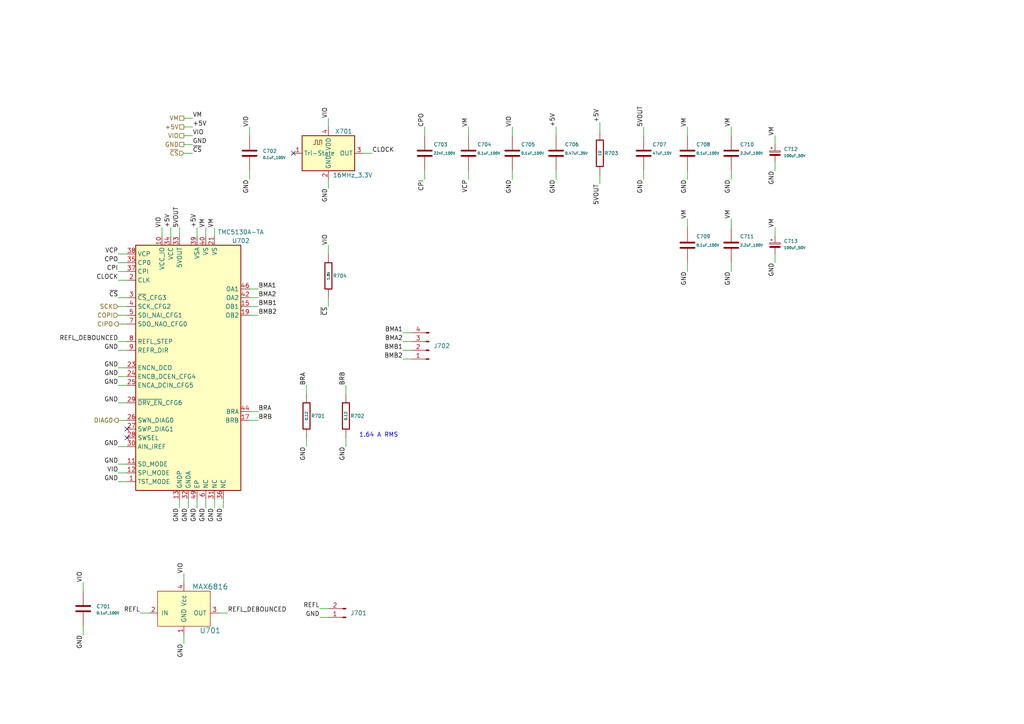
<source format=kicad_sch>
(kicad_sch (version 20250114) (generator "eeschema") (generator_version "9.0")
  (paper "A4")
  (title_block (title "mouse-joystick-pcb") (date "2024-10-24") (rev "1.0") (company "Peter Polidoro"))
  (lib_symbols
    (symbol "Janelia:CP_100uF_50V_8x10.2mm" (pin_numbers (hide yes)) (pin_names (offset 0.254) (hide yes))
      (property "Reference" "C" (at 0.254 1.778 0))
      (property "Value" "100uF_50V" (at 0 0 0))
      (symbol "CP_100uF_50V_8x10.2mm_0_1"
        (rectangle (start -1.524 0.6858) (end 1.524 0.3048))
        (rectangle (start -1.524 -0.3048) (end 1.524 -0.6858) (fill (type outline)))
        (polyline (pts (xy -1.27 1.524) (xy -0.762 1.524)))
        (polyline (pts (xy -1.016 1.27) (xy -1.016 1.778)))
      )
      (symbol "CP_100uF_50V_8x10.2mm_1_1"
        (pin passive line (at 0 2.54 270) (length 1.8542) (name "~") (number "1"))
        (pin passive line (at 0 -2.54 90) (length 1.8542) (name "~") (number "2"))
      )
    )
    (symbol "Janelia:C_0.1uF_100V_0402" (pin_numbers (hide yes)) (pin_names (offset 0.254))
      (property "Reference" "C" (at 0 2.54 0))
      (property "Value" "0.1uF_100V" (at 0 0 0))
      (symbol "C_0.1uF_100V_0402_0_1"
        (polyline (pts (xy -2.032 0.762) (xy 2.032 0.762)) (stroke (width 0.508)))
        (polyline (pts (xy -2.032 -0.762) (xy 2.032 -0.762)) (stroke (width 0.508)))
      )
      (symbol "C_0.1uF_100V_0402_1_1"
        (pin passive line (at 0 5.08 270) (length 4.318) (name "~") (number "1"))
        (pin passive line (at 0 -5.08 90) (length 4.318) (name "~") (number "2"))
      )
    )
    (symbol "Janelia:C_0.47uF_35V_0402" (pin_numbers (hide yes)) (pin_names (offset 0.254))
      (property "Reference" "C" (at 0 2.54 0))
      (property "Value" "0.47uF_35V" (at 0 0 0))
      (symbol "C_0.47uF_35V_0402_0_1"
        (polyline (pts (xy -2.032 0.762) (xy 2.032 0.762)) (stroke (width 0.508)))
        (polyline (pts (xy -2.032 -0.762) (xy 2.032 -0.762)) (stroke (width 0.508)))
      )
      (symbol "C_0.47uF_35V_0402_1_1"
        (pin passive line (at 0 5.08 270) (length 4.318) (name "~") (number "1"))
        (pin passive line (at 0 -5.08 90) (length 4.318) (name "~") (number "2"))
      )
    )
    (symbol "Janelia:C_2.2uF_100V_0805" (pin_numbers (hide yes)) (pin_names (offset 0.254))
      (property "Reference" "C" (at 0 2.54 0))
      (property "Value" "2.2uF_100V" (at 0 0 0))
      (symbol "C_2.2uF_100V_0805_0_1"
        (polyline (pts (xy -2.032 0.762) (xy 2.032 0.762)) (stroke (width 0.508)))
        (polyline (pts (xy -2.032 -0.762) (xy 2.032 -0.762)) (stroke (width 0.508)))
      )
      (symbol "C_2.2uF_100V_0805_1_1"
        (pin passive line (at 0 5.08 270) (length 4.318) (name "~") (number "1"))
        (pin passive line (at 0 -5.08 90) (length 4.318) (name "~") (number "2"))
      )
    )
    (symbol "Janelia:C_22nF_100V_0603" (pin_numbers (hide yes)) (pin_names (offset 0.254))
      (property "Reference" "C" (at 0 2.54 0))
      (property "Value" "22nF_100V" (at 0 0 0))
      (symbol "C_22nF_100V_0603_0_1"
        (polyline (pts (xy -2.032 0.762) (xy 2.032 0.762)) (stroke (width 0.508)))
        (polyline (pts (xy -2.032 -0.762) (xy 2.032 -0.762)) (stroke (width 0.508)))
      )
      (symbol "C_22nF_100V_0603_1_1"
        (pin passive line (at 0 5.08 270) (length 4.318) (name "~") (number "1"))
        (pin passive line (at 0 -5.08 90) (length 4.318) (name "~") (number "2"))
      )
    )
    (symbol "Janelia:C_47uF_10V_0805" (pin_numbers (hide yes)) (pin_names (offset 0.254))
      (property "Reference" "C" (at 0 2.54 0))
      (property "Value" "47uF_10V" (at 0 0 0))
      (symbol "C_47uF_10V_0805_0_1"
        (polyline (pts (xy -2.032 0.762) (xy 2.032 0.762)) (stroke (width 0.508)))
        (polyline (pts (xy -2.032 -0.762) (xy 2.032 -0.762)) (stroke (width 0.508)))
      )
      (symbol "C_47uF_10V_0805_1_1"
        (pin passive line (at 0 5.08 270) (length 4.318) (name "~") (number "1"))
        (pin passive line (at 0 -5.08 90) (length 4.318) (name "~") (number "2"))
      )
    )
    (symbol "Janelia:Conn_01x02_P3.5mm_TBH_Horizontal_Screw" (pin_names (offset 1.016) (hide yes))
      (property "Reference" "J" (at -3.81 0 0))
      (symbol "Conn_01x02_P3.5mm_TBH_Horizontal_Screw_1_1"
        (rectangle (start 0.8636 0.127) (end 0 -0.127) (stroke (width 0.1524)) (fill (type outline)))
        (rectangle (start 0.8636 -2.413) (end 0 -2.667) (stroke (width 0.1524)) (fill (type outline)))
        (polyline (pts (xy 1.27 0) (xy 0.8636 0)) (stroke (width 0.1524)))
        (polyline (pts (xy 1.27 -2.54) (xy 0.8636 -2.54)) (stroke (width 0.1524)))
        (pin passive line (at 5.08 0 180) (length 3.81) (name "Pin_1") (number "1"))
        (pin passive line (at 5.08 -2.54 180) (length 3.81) (name "Pin_2") (number "2"))
      )
    )
    (symbol "Janelia:Conn_01x04_P3.5mm_TBH_Horizontal_Screw" (pin_names (offset 1.016) (hide yes))
      (property "Reference" "J" (at -3.81 0 0))
      (symbol "Conn_01x04_P3.5mm_TBH_Horizontal_Screw_1_1"
        (rectangle (start 0.8636 2.667) (end 0 2.413) (stroke (width 0.1524)) (fill (type outline)))
        (rectangle (start 0.8636 0.127) (end 0 -0.127) (stroke (width 0.1524)) (fill (type outline)))
        (rectangle (start 0.8636 -2.413) (end 0 -2.667) (stroke (width 0.1524)) (fill (type outline)))
        (rectangle (start 0.8636 -4.953) (end 0 -5.207) (stroke (width 0.1524)) (fill (type outline)))
        (polyline (pts (xy 1.27 2.54) (xy 0.8636 2.54)) (stroke (width 0.1524)))
        (polyline (pts (xy 1.27 0) (xy 0.8636 0)) (stroke (width 0.1524)))
        (polyline (pts (xy 1.27 -2.54) (xy 0.8636 -2.54)) (stroke (width 0.1524)))
        (polyline (pts (xy 1.27 -5.08) (xy 0.8636 -5.08)) (stroke (width 0.1524)))
        (pin passive line (at 5.08 2.54 180) (length 3.81) (name "Pin_1") (number "1"))
        (pin passive line (at 5.08 0 180) (length 3.81) (name "Pin_2") (number "2"))
        (pin passive line (at 5.08 -2.54 180) (length 3.81) (name "Pin_3") (number "3"))
        (pin passive line (at 5.08 -5.08 180) (length 3.81) (name "Pin_4") (number "4"))
      )
    )
    (symbol "Janelia:MAX6816" (pin_names (offset 1.016))
      (property "Reference" "U" (at 7.62 -6.35 0))
      (property "Value" "MAX6816" (at 7.62 6.35 0))
      (symbol "MAX6816_1_1"
        (rectangle (start -7.62 5.08) (end 7.62 -5.08) (fill (type background)))
        (pin passive line (at -10.16 -1.27 0) (length 2.54) (name "IN") (number "2"))
        (pin power_in line (at 0 7.62 270) (length 2.54) (name "Vcc") (number "4"))
        (pin power_in line (at 0 -7.62 90) (length 2.54) (name "GND") (number "1"))
        (pin output line (at 10.16 -1.27 180) (length 2.54) (name "OUT") (number "3"))
      )
    )
    (symbol "Janelia:Oscillator_16MHz_3.3V"
      (property "Reference" "X" (at 1.905 6.35 0))
      (property "Value" "16MHz_3.3V" (at 1.27 -6.35 0))
      (symbol "Oscillator_16MHz_3.3V_0_1"
        (rectangle (start -7.62 5.08) (end 7.62 -5.08) (stroke (width 0.254)) (fill (type background)))
        (polyline (pts (xy -4.445 2.54) (xy -3.81 2.54) (xy -3.81 3.81) (xy -3.175 3.81) (xy -3.175 2.54) (xy -2.54 2.54) (xy -2.54 3.81) (xy -1.905 3.81) (xy -1.905 2.54)))
      )
      (symbol "Oscillator_16MHz_3.3V_1_1"
        (pin input line (at -10.16 0 0) (length 2.54) (name "Tri-State") (number "1"))
        (pin power_in line (at 0 7.62 270) (length 2.54) (name "VDD") (number "4"))
        (pin power_in line (at 0 -7.62 90) (length 2.54) (name "GND") (number "2"))
        (pin output line (at 10.16 0 180) (length 2.54) (name "OUT") (number "3"))
      )
    )
    (symbol "Janelia:R_0.12_750mW_1206_CS" (pin_numbers (hide yes)) (pin_names (offset 0))
      (property "Reference" "R" (at 2.032 0 90))
      (property "Value" "0.12" (at 0 0 90))
      (symbol "R_0.12_750mW_1206_CS_0_1"
        (rectangle (start -1.016 3.81) (end 1.016 -3.81) (stroke (width 0.3048)))
      )
      (symbol "R_0.12_750mW_1206_CS_1_1"
        (pin passive line (at 0 6.35 270) (length 2.54) (name "~") (number "1"))
        (pin passive line (at 0 -6.35 90) (length 2.54) (name "~") (number "2"))
      )
    )
    (symbol "Janelia:R_1.8k_0402" (pin_numbers (hide yes)) (pin_names (offset 0))
      (property "Reference" "R" (at 2.032 0 90))
      (property "Value" "1.8k" (at 0 0 90))
      (symbol "R_1.8k_0402_0_1"
        (rectangle (start -1.016 3.81) (end 1.016 -3.81) (stroke (width 0.3048)))
      )
      (symbol "R_1.8k_0402_1_1"
        (pin passive line (at 0 6.35 270) (length 2.54) (name "~") (number "1"))
        (pin passive line (at 0 -6.35 90) (length 2.54) (name "~") (number "2"))
      )
    )
    (symbol "Janelia:R_10_62.5mW_0402" (pin_numbers (hide yes)) (pin_names (offset 0))
      (property "Reference" "R" (at 2.032 0 90))
      (property "Value" "10" (at 0 0 90))
      (symbol "R_10_62.5mW_0402_0_1"
        (rectangle (start -1.016 3.81) (end 1.016 -3.81) (stroke (width 0.3048)))
      )
      (symbol "R_10_62.5mW_0402_1_1"
        (pin passive line (at 0 6.35 270) (length 2.54) (name "~") (number "1"))
        (pin passive line (at 0 -6.35 90) (length 2.54) (name "~") (number "2"))
      )
    )
    (symbol "Janelia:TMC5130A-TA"
      (property "Reference" "U" (at -11.43 38.1 0))
      (property "Value" "TMC5130A-TA" (at 11.43 38.1 0))
      (symbol "TMC5130A-TA_0_1"
        (rectangle (start -15.24 35.56) (end 15.24 -35.56) (stroke (width 0.254)) (fill (type background)))
      )
      (symbol "TMC5130A-TA_1_1"
        (pin passive line (at -17.78 33.02 0) (length 2.54) (name "VCP") (number "38"))
        (pin passive line (at -17.78 30.48 0) (length 2.54) (name "CP0") (number "35"))
        (pin passive line (at -17.78 27.94 0) (length 2.54) (name "CPI") (number "37"))
        (pin input line (at -17.78 25.4 0) (length 2.54) (name "CLK") (number "2"))
        (pin input line (at -17.78 20.32 0) (length 2.54) (name "~{CS}_CFG3") (number "3"))
        (pin input line (at -17.78 17.78 0) (length 2.54) (name "SCK_CFG2") (number "4"))
        (pin input line (at -17.78 15.24 0) (length 2.54) (name "SDI_NAI_CFG1") (number "5"))
        (pin bidirectional line (at -17.78 12.7 0) (length 2.54) (name "SDO_NAO_CFG0") (number "7"))
        (pin input line (at -17.78 7.62 0) (length 2.54) (name "REFL_STEP") (number "8"))
        (pin input line (at -17.78 5.08 0) (length 2.54) (name "REFR_DIR") (number "9"))
        (pin bidirectional line (at -17.78 0 0) (length 2.54) (name "ENCN_DCO") (number "23"))
        (pin input line (at -17.78 -2.54 0) (length 2.54) (name "ENCB_DCEN_CFG4") (number "24"))
        (pin input line (at -17.78 -5.08 0) (length 2.54) (name "ENCA_DCIN_CFG5") (number "25"))
        (pin input line (at -17.78 -10.16 0) (length 2.54) (name "~{DRV_EN}_CFG6") (number "29"))
        (pin bidirectional line (at -17.78 -15.24 0) (length 2.54) (name "SWN_DIAG0") (number "26"))
        (pin bidirectional line (at -17.78 -17.78 0) (length 2.54) (name "SWP_DIAG1") (number "27"))
        (pin input line (at -17.78 -20.32 0) (length 2.54) (name "SWSEL") (number "28"))
        (pin input line (at -17.78 -22.86 0) (length 2.54) (name "AIN_IREF") (number "30"))
        (pin input line (at -17.78 -27.94 0) (length 2.54) (name "SD_MODE") (number "11"))
        (pin input line (at -17.78 -30.48 0) (length 2.54) (name "SPI_MODE") (number "12"))
        (pin input line (at -17.78 -33.02 0) (length 2.54) (name "TST_MODE") (number "1"))
        (pin power_in line (at -7.62 38.1 270) (length 2.54) (name "VCC_IO") (number "10"))
        (pin power_in line (at -5.08 38.1 270) (length 2.54) (name "VCC") (number "34"))
        (pin power_out line (at -2.54 38.1 270) (length 2.54) (name "5VOUT") (number "33"))
        (pin power_in line (at -2.54 -38.1 90) (length 2.54) (name "GNDP") (number "13"))
        (pin passive line (at -2.54 -38.1 90) (length 2.54) (hide yes) (name "GNDP") (number "48"))
        (pin power_in line (at 0 -38.1 90) (length 2.54) (name "GNDA") (number "32"))
        (pin power_in line (at 2.54 38.1 270) (length 2.54) (name "VSA") (number "39"))
        (pin power_in line (at 2.54 -38.1 90) (length 2.54) (name "EP") (number "49"))
        (pin power_in line (at 5.08 38.1 270) (length 2.54) (name "VS") (number "40"))
        (pin passive line (at 5.08 -38.1 90) (length 2.54) (name "NC") (number "6"))
        (pin power_in line (at 7.62 38.1 270) (length 2.54) (name "VS") (number "21"))
        (pin passive line (at 7.62 -38.1 90) (length 2.54) (name "NC") (number "31"))
        (pin passive line (at 10.16 -38.1 90) (length 2.54) (name "NC") (number "36"))
        (pin no_connect line (at 15.24 33.02 180) (length 2.54) (hide yes) (name "DNC") (number "41"))
        (pin no_connect line (at 15.24 30.48 180) (length 2.54) (hide yes) (name "DNC") (number "43"))
        (pin no_connect line (at 15.24 27.94 180) (length 2.54) (hide yes) (name "DNC") (number "45"))
        (pin no_connect line (at 15.24 25.4 180) (length 2.54) (hide yes) (name "DNC") (number "47"))
        (pin no_connect line (at 15.24 12.7 180) (length 2.54) (hide yes) (name "DNC") (number "14"))
        (pin no_connect line (at 15.24 10.16 180) (length 2.54) (hide yes) (name "DNC") (number "16"))
        (pin no_connect line (at 15.24 7.62 180) (length 2.54) (hide yes) (name "DNC") (number "18"))
        (pin no_connect line (at 15.24 5.08 180) (length 2.54) (hide yes) (name "DNC") (number "20"))
        (pin no_connect line (at 15.24 2.54 180) (length 2.54) (hide yes) (name "DNC") (number "22"))
        (pin output line (at 17.78 22.86 180) (length 2.54) (name "OA1") (number "46"))
        (pin output line (at 17.78 20.32 180) (length 2.54) (name "OA2") (number "42"))
        (pin output line (at 17.78 17.78 180) (length 2.54) (name "OB1") (number "15"))
        (pin output line (at 17.78 15.24 180) (length 2.54) (name "OB2") (number "19"))
        (pin passive line (at 17.78 -12.7 180) (length 2.54) (name "BRA") (number "44"))
        (pin passive line (at 17.78 -15.24 180) (length 2.54) (name "BRB") (number "17"))
      )
    )
  )
  (text "1.64 A RMS\n" (at 104.14 127 0) (effects (font (size 1.27 1.27)) (justify left bottom)))
  (no_connect (at 85.09 44.45))
  (no_connect (at 36.83 124.46))
  (no_connect (at 36.83 127))
  (wire (pts (xy 53.34 44.45) (xy 55.88 44.45)))
  (wire (pts (xy 199.39 49.53) (xy 199.39 52.07)))
  (wire (pts (xy 173.99 50.8) (xy 173.99 53.34)))
  (wire (pts (xy 199.39 76.2) (xy 199.39 78.74)))
  (wire (pts (xy 36.83 116.84) (xy 34.29 116.84)))
  (wire (pts (xy 72.39 49.53) (xy 72.39 52.07)))
  (wire (pts (xy 224.79 46.99) (xy 224.79 49.53)))
  (wire (pts (xy 135.89 39.37) (xy 135.89 36.83)))
  (wire (pts (xy 36.83 111.76) (xy 34.29 111.76)))
  (wire (pts (xy 186.69 39.37) (xy 186.69 36.83)))
  (wire (pts (xy 53.34 168.91) (xy 53.34 166.37)))
  (wire (pts (xy 74.93 88.9) (xy 72.39 88.9)))
  (wire (pts (xy 224.79 68.58) (xy 224.79 66.04)))
  (wire (pts (xy 36.83 106.68) (xy 34.29 106.68)))
  (wire (pts (xy 24.13 171.45) (xy 24.13 168.91)))
  (wire (pts (xy 161.29 39.37) (xy 161.29 36.83)))
  (wire (pts (xy 212.09 49.53) (xy 212.09 52.07)))
  (wire (pts (xy 36.83 81.28) (xy 34.29 81.28)))
  (wire (pts (xy 224.79 73.66) (xy 224.79 76.2)))
  (wire (pts (xy 57.15 144.78) (xy 57.15 147.32)))
  (wire (pts (xy 173.99 38.1) (xy 173.99 35.56)))
  (wire (pts (xy 212.09 66.04) (xy 212.09 63.5)))
  (wire (pts (xy 52.07 68.58) (xy 52.07 66.04)))
  (wire (pts (xy 161.29 49.53) (xy 161.29 52.07)))
  (wire (pts (xy 212.09 39.37) (xy 212.09 36.83)))
  (wire (pts (xy 74.93 91.44) (xy 72.39 91.44)))
  (wire (pts (xy 54.61 144.78) (xy 54.61 147.32)))
  (wire (pts (xy 59.69 68.58) (xy 59.69 66.04)))
  (wire (pts (xy 95.25 86.36) (xy 95.25 88.9)))
  (wire (pts (xy 62.23 68.58) (xy 62.23 66.04)))
  (wire (pts (xy 36.83 134.62) (xy 34.29 134.62)))
  (wire (pts (xy 88.9 127) (xy 88.9 129.54)))
  (wire (pts (xy 36.83 86.36) (xy 34.29 86.36)))
  (wire (pts (xy 36.83 137.16) (xy 34.29 137.16)))
  (wire (pts (xy 95.25 36.83) (xy 95.25 34.29)))
  (wire (pts (xy 53.34 34.29) (xy 55.88 34.29)))
  (wire (pts (xy 95.25 176.53) (xy 92.71 176.53)))
  (wire (pts (xy 116.84 104.14) (xy 119.38 104.14)))
  (wire (pts (xy 74.93 119.38) (xy 72.39 119.38)))
  (wire (pts (xy 36.83 73.66) (xy 34.29 73.66)))
  (wire (pts (xy 123.19 39.37) (xy 123.19 36.83)))
  (wire (pts (xy 148.59 39.37) (xy 148.59 36.83)))
  (wire (pts (xy 63.5 177.8) (xy 66.04 177.8)))
  (wire (pts (xy 36.83 93.98) (xy 34.29 93.98)))
  (wire (pts (xy 116.84 99.06) (xy 119.38 99.06)))
  (wire (pts (xy 212.09 76.2) (xy 212.09 78.74)))
  (wire (pts (xy 53.34 184.15) (xy 53.34 186.69)))
  (wire (pts (xy 36.83 99.06) (xy 34.29 99.06)))
  (wire (pts (xy 116.84 101.6) (xy 119.38 101.6)))
  (wire (pts (xy 36.83 139.7) (xy 34.29 139.7)))
  (wire (pts (xy 95.25 73.66) (xy 95.25 71.12)))
  (wire (pts (xy 36.83 88.9) (xy 34.29 88.9)))
  (wire (pts (xy 135.89 49.53) (xy 135.89 52.07)))
  (wire (pts (xy 43.18 177.8) (xy 40.64 177.8)))
  (wire (pts (xy 95.25 52.07) (xy 95.25 54.61)))
  (wire (pts (xy 36.83 129.54) (xy 34.29 129.54)))
  (wire (pts (xy 199.39 39.37) (xy 199.39 36.83)))
  (wire (pts (xy 186.69 49.53) (xy 186.69 52.07)))
  (wire (pts (xy 36.83 121.92) (xy 34.29 121.92)))
  (wire (pts (xy 36.83 76.2) (xy 34.29 76.2)))
  (wire (pts (xy 88.9 111.76) (xy 88.9 114.3)))
  (wire (pts (xy 123.19 49.53) (xy 123.19 52.07)))
  (wire (pts (xy 53.34 41.91) (xy 55.88 41.91)))
  (wire (pts (xy 53.34 36.83) (xy 55.88 36.83)))
  (wire (pts (xy 199.39 66.04) (xy 199.39 63.5)))
  (wire (pts (xy 53.34 39.37) (xy 55.88 39.37)))
  (wire (pts (xy 74.93 86.36) (xy 72.39 86.36)))
  (wire (pts (xy 116.84 96.52) (xy 119.38 96.52)))
  (wire (pts (xy 24.13 181.61) (xy 24.13 184.15)))
  (wire (pts (xy 36.83 109.22) (xy 34.29 109.22)))
  (wire (pts (xy 59.69 144.78) (xy 59.69 147.32)))
  (wire (pts (xy 36.83 101.6) (xy 34.29 101.6)))
  (wire (pts (xy 105.41 44.45) (xy 107.95 44.45)))
  (wire (pts (xy 49.53 68.58) (xy 49.53 66.04)))
  (wire (pts (xy 74.93 121.92) (xy 72.39 121.92)))
  (wire (pts (xy 36.83 91.44) (xy 34.29 91.44)))
  (wire (pts (xy 36.83 78.74) (xy 34.29 78.74)))
  (wire (pts (xy 64.77 144.78) (xy 64.77 147.32)))
  (wire (pts (xy 100.33 111.76) (xy 100.33 114.3)))
  (wire (pts (xy 148.59 49.53) (xy 148.59 52.07)))
  (wire (pts (xy 74.93 83.82) (xy 72.39 83.82)))
  (wire (pts (xy 72.39 39.37) (xy 72.39 36.83)))
  (wire (pts (xy 57.15 68.58) (xy 57.15 66.04)))
  (wire (pts (xy 224.79 41.91) (xy 224.79 39.37)))
  (wire (pts (xy 46.99 68.58) (xy 46.99 66.04)))
  (wire (pts (xy 62.23 144.78) (xy 62.23 147.32)))
  (wire (pts (xy 100.33 127) (xy 100.33 129.54)))
  (wire (pts (xy 52.07 144.78) (xy 52.07 147.32)))
  (wire (pts (xy 95.25 179.07) (xy 92.71 179.07)))
  (label "GND" (at 212.09 78.74 270))
  (label "GND" (at 148.59 52.07 270))
  (label "GND" (at 59.69 147.32 270))
  (label "VM" (at 135.89 36.83 90))
  (label "GND" (at 54.61 147.32 270))
  (label "GND" (at 88.9 129.54 270))
  (label "BRB" (at 100.33 111.76 90))
  (label "GND" (at 186.69 52.07 270))
  (label "VIO" (at 95.25 71.12 90))
  (label "REFL" (at 40.64 177.8 180))
  (label "~{CS}" (at 95.25 88.9 270))
  (label "GND" (at 34.29 111.76 180))
  (label "BMA1" (at 74.93 83.82 0))
  (label "CPO" (at 123.19 36.83 90))
  (label "BRA" (at 88.9 111.76 90))
  (label "5VOUT" (at 52.07 66.04 90))
  (label "GND" (at 52.07 147.32 270))
  (label "+5V" (at 55.88 36.83 0))
  (label "GND" (at 34.29 109.22 180))
  (label "BRB" (at 74.93 121.92 0))
  (label "GND" (at 212.09 52.07 270))
  (label "VIO" (at 46.99 66.04 90))
  (label "VIO" (at 72.39 36.83 90))
  (label "BMB1" (at 74.93 88.9 0))
  (label "VIO" (at 34.29 137.16 180))
  (label "CPO" (at 34.29 76.2 180))
  (label "+5V" (at 57.15 66.04 90))
  (label "REFL_DEBOUNCED" (at 66.04 177.8 0))
  (label "REFL" (at 92.71 176.53 180))
  (label "BMA2" (at 116.84 99.06 180))
  (label "CLOCK" (at 107.95 44.45 0))
  (label "GND" (at 95.25 54.61 270))
  (label "VM" (at 212.09 63.5 90))
  (label "REFL_DEBOUNCED" (at 34.29 99.06 180))
  (label "BMB2" (at 74.93 91.44 0))
  (label "BMB2" (at 116.84 104.14 180))
  (label "GND" (at 224.79 76.2 270))
  (label "GND" (at 24.13 184.15 270))
  (label "GND" (at 62.23 147.32 270))
  (label "VCP" (at 135.89 52.07 270))
  (label "VM" (at 55.88 34.29 0))
  (label "VIO" (at 24.13 168.91 90))
  (label "BMB1" (at 116.84 101.6 180))
  (label "GND" (at 224.79 49.53 270))
  (label "+5V" (at 49.53 66.04 90))
  (label "VIO" (at 95.25 34.29 90))
  (label "BRA" (at 74.93 119.38 0))
  (label "VM" (at 212.09 36.83 90))
  (label "BMA1" (at 116.84 96.52 180))
  (label "VM" (at 59.69 66.04 90))
  (label "GND" (at 34.29 139.7 180))
  (label "VIO" (at 53.34 166.37 90))
  (label "GND" (at 64.77 147.32 270))
  (label "VM" (at 224.79 66.04 90))
  (label "GND" (at 34.29 106.68 180))
  (label "GND" (at 72.39 52.07 270))
  (label "GND" (at 34.29 101.6 180))
  (label "GND" (at 92.71 179.07 180))
  (label "GND" (at 55.88 41.91 0))
  (label "+5V" (at 173.99 35.56 90))
  (label "VIO" (at 55.88 39.37 0))
  (label "VM" (at 199.39 36.83 90))
  (label "GND" (at 34.29 134.62 180))
  (label "CPI" (at 34.29 78.74 180))
  (label "~{CS}" (at 34.29 86.36 180))
  (label "BMA2" (at 74.93 86.36 0))
  (label "VCP" (at 34.29 73.66 180))
  (label "CPI" (at 123.19 52.07 270))
  (label "GND" (at 34.29 116.84 180))
  (label "~{CS}" (at 55.88 44.45 0))
  (label "GND" (at 199.39 78.74 270))
  (label "GND" (at 199.39 52.07 270))
  (label "GND" (at 53.34 186.69 270))
  (label "GND" (at 161.29 52.07 270))
  (label "VM" (at 62.23 66.04 90))
  (label "CLOCK" (at 34.29 81.28 180))
  (label "VM" (at 199.39 63.5 90))
  (label "+5V" (at 161.29 36.83 90))
  (label "GND" (at 34.29 129.54 180))
  (label "GND" (at 100.33 129.54 270))
  (label "5VOUT" (at 186.69 36.83 90))
  (label "5VOUT" (at 173.99 53.34 270))
  (label "GND" (at 57.15 147.32 270))
  (label "VIO" (at 148.59 36.83 90))
  (label "VM" (at 224.79 39.37 90))
  (hierarchical_label "COPI" (shape input) (at 34.29 91.44 180))
  (hierarchical_label "~{CS}" (shape input) (at 53.34 44.45 180))
  (hierarchical_label "GND" (shape passive) (at 53.34 41.91 180))
  (hierarchical_label "DIAG0" (shape output) (at 34.29 121.92 180))
  (hierarchical_label "VM" (shape passive) (at 53.34 34.29 180))
  (hierarchical_label "SCK" (shape input) (at 34.29 88.9 180))
  (hierarchical_label "CIPO" (shape output) (at 34.29 93.98 180))
  (hierarchical_label "VIO" (shape passive) (at 53.34 39.37 180))
  (hierarchical_label "+5V" (shape passive) (at 53.34 36.83 180))
  (symbol (lib_id "Janelia:Oscillator_16MHz_3.3V") (at 95.25 44.45 0) (unit 1)
    (property "Reference" "X701" (at 97.155 38.1 0) (effects (justify left)))
    (property "Value" "16MHz_3.3V" (at 96.52 50.8 0) (effects (justify left)))
    (property "Footprint" "Janelia:OSC_ECS-2520S33-160-FN-TR" (effects (hide yes)))
    (property "Synopsis" "XTAL OSC XO 16MHZ 3.3V HCMOS SMD" (effects (hide yes)))
    (property "Manufacturer" "ECS Inc." (effects (hide yes)))
    (property "Manufacturer Part Number" "ECS-2520S33-160-FN-TR" (effects (hide yes)))
    (property "Vendor" "Digi-Key" (effects (hide yes)))
    (property "Vendor Part Number" "XC2195CT-ND" (effects (hide yes)))
    (property "LCSC" "C2451298" (effects (hide yes)))
    (property "Package" "SMD2520-4P" (effects (hide yes)))
  )
  (symbol (lib_id "Janelia:C_0.1uF_100V_0402") (at 148.59 44.45 0) (unit 1)
    (property "Reference" "C705" (at 151.13 41.91 0) (effects (font (size 1.016 1.016)) (justify left)))
    (property "Value" "0.1uF_100V" (at 151.13 44.45 0) (effects (font (size 0.762 0.762)) (justify left)))
    (property "Footprint" "Janelia:C_0402_1005Metric" (effects (hide yes)))
    (property "Vendor" "Digi-Key" (effects (hide yes)))
    (property "Vendor Part Number" "490-10458-1-ND" (effects (hide yes)))
    (property "Manufacturer" "Murata Electronics" (effects (hide yes)))
    (property "Manufacturer Part Number" "GRM155R62A104KE14D" (effects (hide yes)))
    (property "Package" "0402" (effects (hide yes)))
    (property "Synopsis" "CAP CER 0.1UF 100V X5R" (effects (hide yes)))
    (property "LCSC" "C162178" (effects (hide yes)))
  )
  (symbol (lib_id "Janelia:C_0.1uF_100V_0402") (at 72.39 44.45 0) (unit 1)
    (property "Reference" "C702" (at 76.2 43.815 0) (effects (font (size 1.016 1.016)) (justify left)))
    (property "Value" "0.1uF_100V" (at 76.2 45.7199 0) (effects (font (size 0.762 0.762)) (justify left)))
    (property "Footprint" "Janelia:C_0402_1005Metric" (effects (hide yes)))
    (property "Vendor" "Digi-Key" (effects (hide yes)))
    (property "Vendor Part Number" "490-10458-1-ND" (effects (hide yes)))
    (property "Manufacturer" "Murata Electronics" (effects (hide yes)))
    (property "Manufacturer Part Number" "GRM155R62A104KE14D" (effects (hide yes)))
    (property "Package" "0402" (effects (hide yes)))
    (property "Synopsis" "CAP CER 0.1UF 100V X5R" (effects (hide yes)))
    (property "LCSC" "C162178" (effects (hide yes)))
  )
  (symbol (lib_id "Janelia:C_2.2uF_100V_0805") (at 212.09 44.45 0) (unit 1)
    (property "Reference" "C710" (at 214.63 41.91 0) (effects (font (size 1.016 1.016)) (justify left)))
    (property "Value" "2.2uF_100V" (at 214.63 44.45 0) (effects (font (size 0.762 0.762)) (justify left)))
    (property "Footprint" "Janelia:C_0805_2012Metric" (effects (hide yes)))
    (property "Vendor" "Digi-Key" (effects (hide yes)))
    (property "Vendor Part Number" "490-GRM21BD72A225KE01LCT-ND" (effects (hide yes)))
    (property "Package" "0805" (effects (hide yes)))
    (property "Manufacturer" "Murata Electronics" (effects (hide yes)))
    (property "Manufacturer Part Number" "GRM21BD72A225KE01L" (effects (hide yes)))
    (property "Synopsis" "CAP CER 2.2UF 100V X7T 0805" (effects (hide yes)))
    (property "LCSC" "C2981733" (effects (hide yes)))
  )
  (symbol (lib_id "Janelia:CP_100uF_50V_8x10.2mm") (at 224.79 44.45 0) (unit 1)
    (property "Reference" "C712" (at 227.33 43.2689 0) (effects (font (size 1.016 1.016)) (justify left)))
    (property "Value" "100uF_50V" (at 227.33 45.1738 0) (effects (font (size 0.762 0.762)) (justify left)))
    (property "Footprint" "Janelia:CAP_EEEHAH101UAP" (effects (hide yes)))
    (property "Vendor" "Digi-Key" (effects (hide yes)))
    (property "Vendor Part Number" "PCE4713CT-ND" (effects (hide yes)))
    (property "Synopsis" "CAP ALUM 100UF 20% 50V SMD" (effects (hide yes)))
    (property "Manufacturer" "Panasonic Electronic Components" (effects (hide yes)))
    (property "Manufacturer Part Number" "EEEHAH101UAP" (effects (hide yes)))
    (property "LCSC" "C336425" (effects (hide yes)))
    (property "Package" "SMD D8xL10.2mm" (effects (hide yes)))
  )
  (symbol (lib_id "Janelia:CP_100uF_50V_8x10.2mm") (at 224.79 71.12 0) (unit 1)
    (property "Reference" "C713" (at 227.33 69.9389 0) (effects (font (size 1.016 1.016)) (justify left)))
    (property "Value" "100uF_50V" (at 227.33 71.8438 0) (effects (font (size 0.762 0.762)) (justify left)))
    (property "Footprint" "Janelia:CAP_EEEHAH101UAP" (effects (hide yes)))
    (property "Vendor" "Digi-Key" (effects (hide yes)))
    (property "Vendor Part Number" "PCE4713CT-ND" (effects (hide yes)))
    (property "Synopsis" "CAP ALUM 100UF 20% 50V SMD" (effects (hide yes)))
    (property "Manufacturer" "Panasonic Electronic Components" (effects (hide yes)))
    (property "Manufacturer Part Number" "EEEHAH101UAP" (effects (hide yes)))
    (property "LCSC" "C336425" (effects (hide yes)))
    (property "Package" "SMD D8xL10.2mm" (effects (hide yes)))
  )
  (symbol (lib_id "Janelia:C_47uF_10V_0805") (at 186.69 44.45 0) (unit 1)
    (property "Reference" "C707" (at 189.23 41.91 0) (effects (font (size 1.016 1.016)) (justify left)))
    (property "Value" "47uF_10V" (at 189.23 44.45 0) (effects (font (size 0.762 0.762)) (justify left)))
    (property "Footprint" "Janelia:C_0805_2012Metric" (effects (hide yes)))
    (property "Vendor" "JLCPCB" (effects (hide yes)))
    (property "Vendor Part Number" "C6119904" (effects (hide yes)))
    (property "Package" "0805" (effects (hide yes)))
    (property "Manufacturer" "HRE" (effects (hide yes)))
    (property "Manufacturer Part Number" "CGA0805X5R476M100MT" (effects (hide yes)))
    (property "Synopsis" "CAP CER 47UF 10V X5R" (effects (hide yes)))
    (property "LCSC" "C6119904" (effects (hide yes)))
  )
  (symbol (lib_id "Janelia:C_2.2uF_100V_0805") (at 212.09 71.12 0) (unit 1)
    (property "Reference" "C711" (at 214.63 68.58 0) (effects (font (size 1.016 1.016)) (justify left)))
    (property "Value" "2.2uF_100V" (at 214.63 71.12 0) (effects (font (size 0.762 0.762)) (justify left)))
    (property "Footprint" "Janelia:C_0805_2012Metric" (effects (hide yes)))
    (property "Vendor" "Digi-Key" (effects (hide yes)))
    (property "Vendor Part Number" "490-GRM21BD72A225KE01LCT-ND" (effects (hide yes)))
    (property "Package" "0805" (effects (hide yes)))
    (property "Manufacturer" "Murata Electronics" (effects (hide yes)))
    (property "Manufacturer Part Number" "GRM21BD72A225KE01L" (effects (hide yes)))
    (property "Synopsis" "CAP CER 2.2UF 100V X7T 0805" (effects (hide yes)))
    (property "LCSC" "C2981733" (effects (hide yes)))
  )
  (symbol (lib_id "Janelia:C_22nF_100V_0603") (at 123.19 44.45 0) (unit 1)
    (property "Reference" "C703" (at 125.73 41.91 0) (effects (font (size 1.016 1.016)) (justify left)))
    (property "Value" "22nF_100V" (at 125.73 44.45 0) (effects (font (size 0.762 0.762)) (justify left)))
    (property "Footprint" "Janelia:C_0603_1608Metric" (effects (hide yes)))
    (property "Vendor" "Digi-Key" (effects (hide yes)))
    (property "Vendor Part Number" "490-4782-1-ND" (effects (hide yes)))
    (property "Manufacturer" "Murata Electronics" (effects (hide yes)))
    (property "Manufacturer Part Number" "GCM188R72A223KA37D" (effects (hide yes)))
    (property "Package" "0603" (effects (hide yes)))
    (property "Synopsis" "CAP CER 0.022UF 100V X7R" (effects (hide yes)))
    (property "LCSC" "C161234" (effects (hide yes)))
  )
  (symbol (lib_id "Janelia:Conn_01x04_P3.5mm_TBH_Horizontal_Screw") (at 124.46 101.6 180) (unit 1) (exclude_from_sim yes)
    (property "Reference" "J702" (at 125.73 100.33 0) (effects (justify right)))
    (property "Value" "Conn_01x04_P3.5mm_TBH_Horizontal_Screw" (effects (hide yes)))
    (property "Footprint" "Janelia:PhoenixContact_MC_1,5_4-G-3.5_1x04_P3.50mm_Horizontal_Screw" (effects (hide yes)))
    (property "Manufacturer" "Phoenix Contact" (effects (hide yes)))
    (property "Manufacturer Part Number" "1844236" (effects (hide yes)))
    (property "Synopsis" "TERM BLOCK HDR 4POS 90DEG 3.5MM" (effects (hide yes)))
    (property "Vendor" "Digi-Key" (effects (hide yes)))
    (property "Vendor Part Number" "277-2419-ND" (effects (hide yes)))
    (property "LCSC" "C480590" (effects (hide yes)))
    (property "Package" "Push-Pull P=3.5mm" (effects (hide yes)))
  )
  (symbol (lib_id "Janelia:C_0.1uF_100V_0402") (at 135.89 44.45 0) (unit 1)
    (property "Reference" "C704" (at 138.43 41.91 0) (effects (font (size 1.016 1.016)) (justify left)))
    (property "Value" "0.1uF_100V" (at 138.43 44.45 0) (effects (font (size 0.762 0.762)) (justify left)))
    (property "Footprint" "Janelia:C_0402_1005Metric" (effects (hide yes)))
    (property "Vendor" "Digi-Key" (effects (hide yes)))
    (property "Vendor Part Number" "490-10458-1-ND" (effects (hide yes)))
    (property "Manufacturer" "Murata Electronics" (effects (hide yes)))
    (property "Manufacturer Part Number" "GRM155R62A104KE14D" (effects (hide yes)))
    (property "Package" "0402" (effects (hide yes)))
    (property "Synopsis" "CAP CER 0.1UF 100V X5R" (effects (hide yes)))
    (property "LCSC" "C162178" (effects (hide yes)))
  )
  (symbol (lib_id "Janelia:C_0.47uF_35V_0402") (at 161.29 44.45 0) (unit 1)
    (property "Reference" "C706" (at 163.83 41.91 0) (effects (font (size 1.016 1.016)) (justify left)))
    (property "Value" "0.47uF_35V" (at 163.83 44.45 0) (effects (font (size 0.762 0.762)) (justify left)))
    (property "Footprint" "Janelia:C_0402_1005Metric" (effects (hide yes)))
    (property "Vendor" "Digi-Key" (effects (hide yes)))
    (property "Vendor Part Number" "490-12273-1-ND" (effects (hide yes)))
    (property "Package" "0402" (effects (hide yes)))
    (property "Manufacturer" "Murata Electronics" (effects (hide yes)))
    (property "Manufacturer Part Number" "GRT155R6YA474KE01D" (effects (hide yes)))
    (property "Synopsis" "CAP CER 0.47UF 35V X5R" (effects (hide yes)))
    (property "LCSC" "C711580" (effects (hide yes)))
  )
  (symbol (lib_id "Janelia:TMC5130A-TA") (at 54.61 106.68 0) (unit 1)
    (property "Reference" "U702" (at 69.85 69.85 0))
    (property "Value" "TMC5130A-TA" (at 69.85 67.31 0))
    (property "Footprint" "Janelia:TQFP-48-1EP_7x7mm_P0.5mm_EP5x5mm_ThermalVias" (effects (hide yes)))
    (property "Datasheet" "https://www.analog.com/media/en/technical-documentation/data-sheets/TMC5130A_datasheet_rev1.20.pdf" (effects (hide yes)))
    (property "Synopsis" "IC MTR DRV BIPOLAR 5.5-46V" (effects (hide yes)))
    (property "Manufacturer" "Analog Devices Inc./Maxim Integrated" (effects (hide yes)))
    (property "Manufacturer Part Number" "TMC5130A-TA" (effects (hide yes)))
    (property "Vendor" "Digi-Key" (effects (hide yes)))
    (property "Vendor Part Number" "175-TMC5130A-TA-ND" (effects (hide yes)))
    (property "LCSC" "C188832" (effects (hide yes)))
    (property "Package" "TQFP-48-EP(7x7)" (effects (hide yes)))
  )
  (symbol (lib_id "Janelia:MAX6816") (at 53.34 176.53 0) (unit 1) (exclude_from_sim yes)
    (property "Reference" "U701" (at 60.96 182.88 0) (effects (font (size 1.524 1.524))))
    (property "Value" "MAX6816" (at 60.96 170.18 0) (effects (font (size 1.524 1.524))))
    (property "Footprint" "Janelia:SOT192P237X122-4N" (effects (hide yes)))
    (property "Package" "SOT-143" (effects (hide yes)))
    (property "Manufacturer" "Analog Devices Inc./Maxim Integrated" (effects (hide yes)))
    (property "Manufacturer Part Number" "MAX6816EUS+T" (effects (hide yes)))
    (property "Vendor" "Digi-Key" (effects (hide yes)))
    (property "Vendor Part Number" "MAX6816EUS+TCT-ND" (effects (hide yes)))
    (property "Synopsis" "IC SWITCH DEBOUNCER" (effects (hide yes)))
    (property "LCSC" "C41637" (effects (hide yes)))
  )
  (symbol (lib_id "Janelia:R_10_62.5mW_0402") (at 173.99 44.45 0) (unit 1)
    (property "Reference" "R703" (at 175.26 44.45 0) (effects (font (size 1.016 1.016)) (justify left)))
    (property "Value" "10" (at 173.99 44.45 90) (effects (font (size 0.762 0.762))))
    (property "Footprint" "Janelia:R_0402_1005Metric" (effects (hide yes)))
    (property "Vendor" "JLCPCB" (effects (hide yes)))
    (property "Synopsis" "RES SMD 10 OHM 1% 62.5mW" (effects (hide yes)))
    (property "Package" "0402" (effects (hide yes)))
    (property "Manufacturer" "YAGEO" (effects (hide yes)))
    (property "Manufacturer Part Number" "RC0402FR-0710RL" (effects (hide yes)))
    (property "LCSC" "C138066" (effects (hide yes)))
  )
  (symbol (lib_id "Janelia:R_1.8k_0402") (at 95.25 80.01 0) (unit 1)
    (property "Reference" "R704" (at 96.52 80.01 0) (effects (font (size 1.016 1.016)) (justify left)))
    (property "Value" "1.8k" (at 95.25 80.01 90) (effects (font (size 0.762 0.762))))
    (property "Footprint" "Janelia:R_0402_1005Metric" (effects (hide yes)))
    (property "Vendor" "JLCPCB" (effects (hide yes)))
    (property "Vendor Part Number" "C409855" (effects (hide yes)))
    (property "Synopsis" "RES SMD 1.8K OHM 5% 100mW" (effects (hide yes)))
    (property "Package" "0402" (effects (hide yes)))
    (property "Manufacturer" "PANASONIC" (effects (hide yes)))
    (property "Manufacturer Part Number" "ERJ2GEJ182X" (effects (hide yes)))
    (property "LCSC" "C409855" (effects (hide yes)))
  )
  (symbol (lib_id "Janelia:C_0.1uF_100V_0402") (at 199.39 44.45 0) (unit 1)
    (property "Reference" "C708" (at 201.93 41.91 0) (effects (font (size 1.016 1.016)) (justify left)))
    (property "Value" "0.1uF_100V" (at 201.93 44.45 0) (effects (font (size 0.762 0.762)) (justify left)))
    (property "Footprint" "Janelia:C_0402_1005Metric" (effects (hide yes)))
    (property "Vendor" "Digi-Key" (effects (hide yes)))
    (property "Vendor Part Number" "490-10458-1-ND" (effects (hide yes)))
    (property "Manufacturer" "Murata Electronics" (effects (hide yes)))
    (property "Manufacturer Part Number" "GRM155R62A104KE14D" (effects (hide yes)))
    (property "Package" "0402" (effects (hide yes)))
    (property "Synopsis" "CAP CER 0.1UF 100V X5R" (effects (hide yes)))
    (property "LCSC" "C162178" (effects (hide yes)))
  )
  (symbol (lib_id "Janelia:C_0.1uF_100V_0402") (at 24.13 176.53 0) (unit 1)
    (property "Reference" "C701" (at 27.94 175.895 0) (effects (font (size 1.016 1.016)) (justify left)))
    (property "Value" "0.1uF_100V" (at 27.94 177.7999 0) (effects (font (size 0.762 0.762)) (justify left)))
    (property "Footprint" "Janelia:C_0402_1005Metric" (effects (hide yes)))
    (property "Vendor" "Digi-Key" (effects (hide yes)))
    (property "Vendor Part Number" "490-10458-1-ND" (effects (hide yes)))
    (property "Manufacturer" "Murata Electronics" (effects (hide yes)))
    (property "Manufacturer Part Number" "GRM155R62A104KE14D" (effects (hide yes)))
    (property "Package" "0402" (effects (hide yes)))
    (property "Synopsis" "CAP CER 0.1UF 100V X5R" (effects (hide yes)))
    (property "LCSC" "C162178" (effects (hide yes)))
  )
  (symbol (lib_id "Janelia:R_0.12_750mW_1206_CS") (at 88.9 120.65 0) (unit 1)
    (property "Reference" "R701" (at 90.17 120.65 0) (effects (font (size 1.016 1.016)) (justify left)))
    (property "Value" "0.12" (at 88.9 120.65 90) (effects (font (size 0.762 0.762))))
    (property "Footprint" "Janelia:R_1206_3216Metric" (effects (hide yes)))
    (property "Vendor" "JLCPCB" (effects (hide yes)))
    (property "Vendor Part Number" "C2076122" (effects (hide yes)))
    (property "Synopsis" "0.12 750mW Current Sense Resistor" (effects (hide yes)))
    (property "Package" "1206" (effects (hide yes)))
    (property "Manufacturer" "SUSUMU" (effects (hide yes)))
    (property "Manufacturer Part Number" "KRL1632E-M-R120-F-T5" (effects (hide yes)))
    (property "LCSC" "C2076122" (effects (hide yes)))
  )
  (symbol (lib_id "Janelia:Conn_01x02_P3.5mm_TBH_Horizontal_Screw") (at 100.33 179.07 180) (unit 1) (exclude_from_sim yes)
    (property "Reference" "J701" (at 101.6 177.8 0) (effects (justify right)))
    (property "Value" "Conn_01x02_P3.5mm_TBH_Horizontal_Screw" (effects (hide yes)))
    (property "Footprint" "Janelia:PhoenixContact_MC_1,5_2-G-3.5_1x02_P3.50mm_Horizontal_Screw" (effects (hide yes)))
    (property "Manufacturer" "Phoenix Contact" (effects (hide yes)))
    (property "Manufacturer Part Number" "1844210" (effects (hide yes)))
    (property "Synopsis" "TERM BLOCK HDR 2POS 90DEG 3.5MM" (effects (hide yes)))
    (property "Vendor" "Digi-Key" (effects (hide yes)))
    (property "Vendor Part Number" "277-2416-ND" (effects (hide yes)))
    (property "Package" "Plugin P=3.5mm" (effects (hide yes)))
    (property "LCSC" "C3584780" (effects (hide yes)))
  )
  (symbol (lib_id "Janelia:C_0.1uF_100V_0402") (at 199.39 71.12 0) (unit 1)
    (property "Reference" "C709" (at 201.93 68.58 0) (effects (font (size 1.016 1.016)) (justify left)))
    (property "Value" "0.1uF_100V" (at 201.93 71.12 0) (effects (font (size 0.762 0.762)) (justify left)))
    (property "Footprint" "Janelia:C_0402_1005Metric" (effects (hide yes)))
    (property "Vendor" "Digi-Key" (effects (hide yes)))
    (property "Vendor Part Number" "490-10458-1-ND" (effects (hide yes)))
    (property "Manufacturer" "Murata Electronics" (effects (hide yes)))
    (property "Manufacturer Part Number" "GRM155R62A104KE14D" (effects (hide yes)))
    (property "Package" "0402" (effects (hide yes)))
    (property "Synopsis" "CAP CER 0.1UF 100V X5R" (effects (hide yes)))
    (property "LCSC" "C162178" (effects (hide yes)))
  )
  (symbol (lib_id "Janelia:R_0.12_750mW_1206_CS") (at 100.33 120.65 0) (unit 1)
    (property "Reference" "R702" (at 101.6 120.65 0) (effects (font (size 1.016 1.016)) (justify left)))
    (property "Value" "0.12" (at 100.33 120.65 90) (effects (font (size 0.762 0.762))))
    (property "Footprint" "Janelia:R_1206_3216Metric" (effects (hide yes)))
    (property "Vendor" "JLCPCB" (effects (hide yes)))
    (property "Vendor Part Number" "C2076122" (effects (hide yes)))
    (property "Synopsis" "0.12 750mW Current Sense Resistor" (effects (hide yes)))
    (property "Package" "1206" (effects (hide yes)))
    (property "Manufacturer" "SUSUMU" (effects (hide yes)))
    (property "Manufacturer Part Number" "KRL1632E-M-R120-F-T5" (effects (hide yes)))
    (property "LCSC" "C2076122" (effects (hide yes)))
  )
)
</source>
